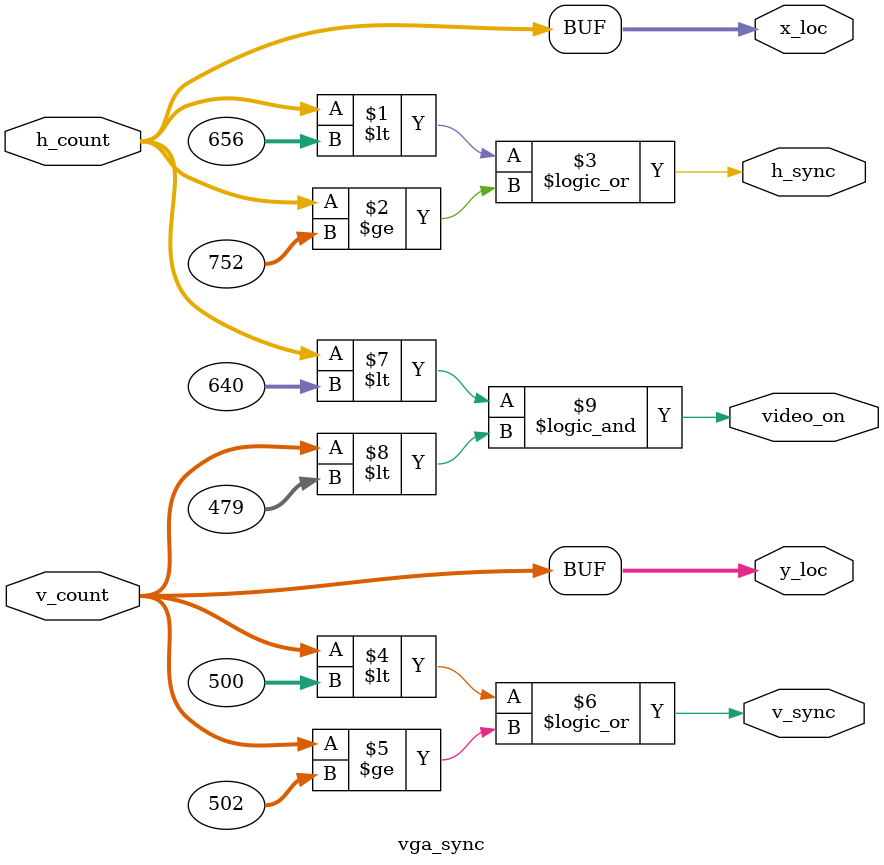
<source format=v>
module vga_sync(
    input [9:0] h_count,
    input [9:0] v_count,
    output h_sync,
    output v_sync,
    output video_on, // active area
    output [9:0] x_loc, // current pixel x- location
    output [9:0] y_loc // current pixel y-location
    );
    // horizontal
    localparam HD = 640;// Horizontal Display Area
    localparam HF = 16;// Horizontal (Front Porch) Right Border
    localparam HB = 48;// Horizontal (Back Porch) Left Border
    localparam HR = 96;// Horizontal Retrace
    // vertical
    localparam VD = 480;// Vertical Display Area
    localparam VF = 20;// Vertical (Front Porch) BottomBorder
    localparam VB = 33;// Vertical (Back Porch)Top Border
    localparam VR = 2;// Vertical Retrace
    
    assign x_loc = h_count;
    assign y_loc = v_count;
    assign h_sync = (h_count < HD + HF) || (h_count >= HD + HF + HR);
    assign v_sync = (v_count < VD + VF)|| (v_count >= VD + VF + VR);
    assign video_on = (h_count < 640) && (v_count < 479);
    
endmodule

</source>
